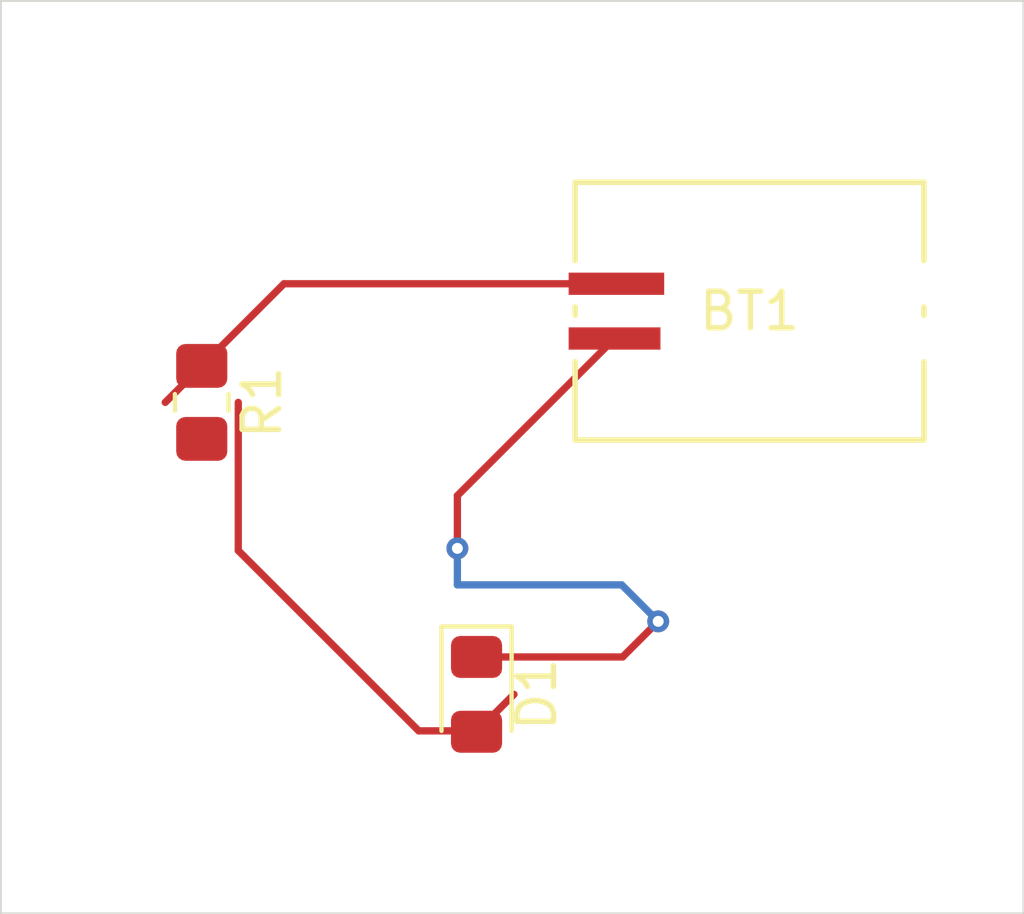
<source format=kicad_pcb>
(kicad_pcb (version 20240108) (generator "pcbnew") (generator_version "8.0")
  (title_block (title "LED Circuit") (date "2024-10-31") (rev "1.0"))
  (layers (0 "F.Cu" signal) (31 "B.Cu" signal) (34 "B.Paste" user) (35 "F.Paste" user) (36 "B.SilkS" user "B.Silkscreen") (37 "F.SilkS" user "F.Silkscreen") (38 "B.Mask" user) (39 "F.Mask" user) (44 "Edge.Cuts" user))
  (net 0 "")
  (net 1 "Net-(BT1--)")
  (net 2 "Net-(BT1-+)")
  (net 3 "Net-(D1-A)")
  (footprint "Resistor_SMD:R_0805_2012Metric_Pad1.20x1.40mm_HandSolder" (layer "F.Cu") (at 129 95 -90)
    (property "Reference" "R1" (at 0 -1.65 90) (layer "F.SilkS"))
    (property "Value" "R")
    (fp_line (start -0.227064 0.735) (end 0.227064 0.735) (stroke (width 0.12)) (layer "F.SilkS"))
    (fp_line (start -0.227064 -0.735) (end 0.227064 -0.735) (stroke (width 0.12)) (layer "F.SilkS"))
    (pad "1" smd roundrect (at -1 0 270) (size 1.2 1.4) (layers "F.Cu" "F.Paste" "F.Mask") (roundrect_rratio 0.208333) (net 2 "Net-(BT1-+)"))
    (pad "2" smd roundrect (at 1 0 270) (size 1.2 1.4) (layers "F.Cu" "F.Paste" "F.Mask") (roundrect_rratio 0.208333) (net 3 "Net-(D1-A)"))
  )
  (footprint "LED_SMD:LED_0805_2012Metric_Pad1.15x1.40mm_HandSolder" (layer "F.Cu") (at 136.525 103 -90)
    (property "Reference" "D1" (at 0 -1.65 90) (layer "F.SilkS"))
    (property "Value" "LED")
    (fp_line (start -1.86 0.96) (end 1 0.96) (stroke (width 0.12)) (layer "F.SilkS"))
    (fp_line (start -1.86 -0.96) (end -1.86 0.96) (stroke (width 0.12)) (layer "F.SilkS"))
    (fp_line (start 1 -0.96) (end -1.86 -0.96) (stroke (width 0.12)) (layer "F.SilkS"))
    (pad "1" smd roundrect (at -1.025 0 270) (size 1.15 1.4) (layers "F.Cu" "F.Paste" "F.Mask") (roundrect_rratio 0.217391) (net 1 "Net-(BT1--)"))
    (pad "2" smd roundrect (at 1.025 0 270) (size 1.15 1.4) (layers "F.Cu" "F.Paste" "F.Mask") (roundrect_rratio 0.217391) (net 3 "Net-(D1-A)"))
  )
  (footprint "FS_3_Global_Footprint_Library:MS621FE-FL11E_SEC" (layer "F.Cu") (at 144 92.5)
    (property "Reference" "BT1" (at 0 0 0) (layer "F.SilkS"))
    (property "Value" "Battery_Cell")
    (fp_line (start -4.7752 -3.5306) (end -4.7752 -1.387541) (stroke (width 0.1524)) (layer "F.SilkS"))
    (fp_line (start -4.7752 -0.112461) (end -4.7752 0.112461) (stroke (width 0.1524)) (layer "F.SilkS"))
    (fp_line (start -4.7752 1.387541) (end -4.7752 3.5306) (stroke (width 0.1524)) (layer "F.SilkS"))
    (fp_line (start -4.7752 3.5306) (end 4.7752 3.5306) (stroke (width 0.1524)) (layer "F.SilkS"))
    (fp_line (start 4.7752 -3.5306) (end -4.7752 -3.5306) (stroke (width 0.1524)) (layer "F.SilkS"))
    (fp_line (start 4.7752 -1.387541) (end 4.7752 -3.5306) (stroke (width 0.1524)) (layer "F.SilkS"))
    (fp_line (start 4.7752 0.112461) (end 4.7752 -0.112461) (stroke (width 0.1524)) (layer "F.SilkS"))
    (fp_line (start 4.7752 3.5306) (end 4.7752 1.387541) (stroke (width 0.1524)) (layer "F.SilkS"))
    (pad "1" smd rect (at -3.6449 -0.750001) (size 2.6162 0.6096) (layers "F.Cu" "F.Paste" "F.Mask") (net 2 "Net-(BT1-+)"))
    (pad "2" smd rect (at -3.6957 0.750001) (size 2.5146 0.6096) (layers "F.Cu" "F.Paste" "F.Mask") (net 1 "Net-(BT1--)"))
  )
  (gr_rect (start 123.5 84) (end 151.5 109) (stroke (width 0.05)) (fill none) (layer "Edge.Cuts"))
  (segment (start 136.525 101.975) (end 140.525 101.975) (width 0.2) (layer "F.Cu") (net 1))
  (segment (start 136 99) (end 136 97.554301) (width 0.2) (layer "F.Cu") (net 1))
  (segment (start 136 97.554301) (end 140.3043 93.250001) (width 0.2) (layer "F.Cu") (net 1))
  (segment (start 140.525 101.975) (end 141.5 101) (width 0.2) (layer "F.Cu") (net 1))
  (via (at 136 99) (size 0.6) (drill 0.3) (layers "F.Cu" "B.Cu") (net 1))
  (via (at 141.5 101) (size 0.6) (drill 0.3) (layers "F.Cu" "B.Cu") (net 1))
  (segment (start 140.5 100) (end 136 100) (width 0.2) (layer "B.Cu") (net 1))
  (segment (start 136 100) (end 136 99) (width 0.2) (layer "B.Cu") (net 1))
  (segment (start 141.5 101) (end 140.5 100) (width 0.2) (layer "B.Cu") (net 1))
  (segment (start 131.250001 91.749999) (end 140.3551 91.749999) (width 0.2) (layer "F.Cu") (net 2))
  (segment (start 128 95) (end 131.250001 91.749999) (width 0.2) (layer "F.Cu") (net 2))
  (segment (start 137.55 103) (end 136.55 104) (width 0.2) (layer "F.Cu") (net 3))
  (segment (start 134.940256 104) (end 130 99.059744) (width 0.2) (layer "F.Cu") (net 3))
  (segment (start 130 99.059744) (end 130 95) (width 0.2) (layer "F.Cu") (net 3))
  (segment (start 136.55 104) (end 134.940256 104) (width 0.2) (layer "F.Cu") (net 3))
)
</source>
